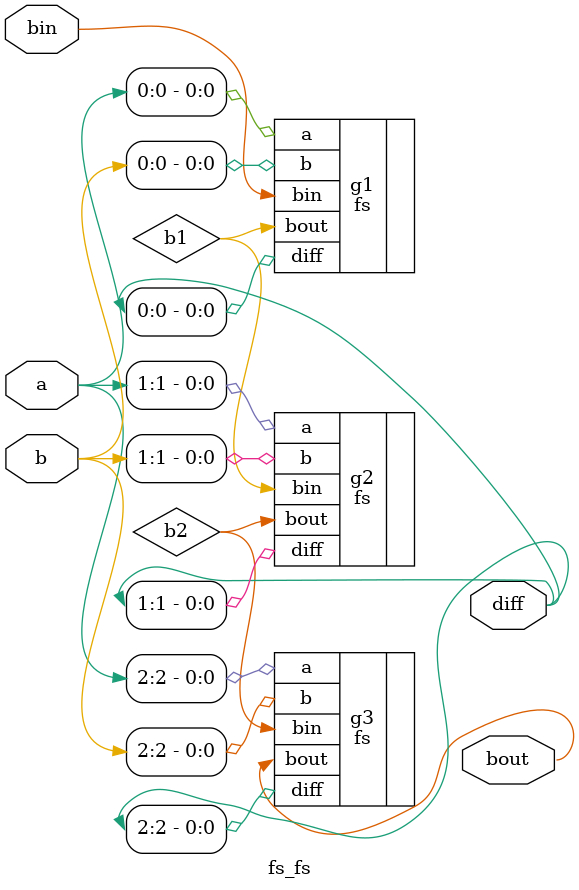
<source format=v>
`include "fs.v"
module fs_fs(a,b,bin,diff,bout);
input [2:0]a,b;
input bin;
output [2:0]diff;
output bout;
wire b1,b2;
fs g1(.a(a[0]),.b(b[0]),.bin(bin),.diff(diff[0]),.bout(b1));
fs g2(.a(a[1]),.b(b[1]),.bin(b1),.diff(diff[1]),.bout(b2));
fs g3(.a(a[2]),.b(b[2]),.bin(b2),.diff(diff[2]),.bout(bout));
endmodule

//# a=010 b=010 bin=0 diff=000 bout=0
//# a=000 b=000 bin=1 diff=111 bout=1
//# a=000 b=100 bin=1 diff=011 bout=1
//# a=110 b=001 bin=1 diff=100 bout=0
//# a=000 b=110 bin=1 diff=001 bout=1
//# a=000 b=110 bin=1 diff=001 bout=1
//# a=110 b=010 bin=1 diff=011 bout=0
//# a=001 b=001 bin=0 diff=000 bout=0

</source>
